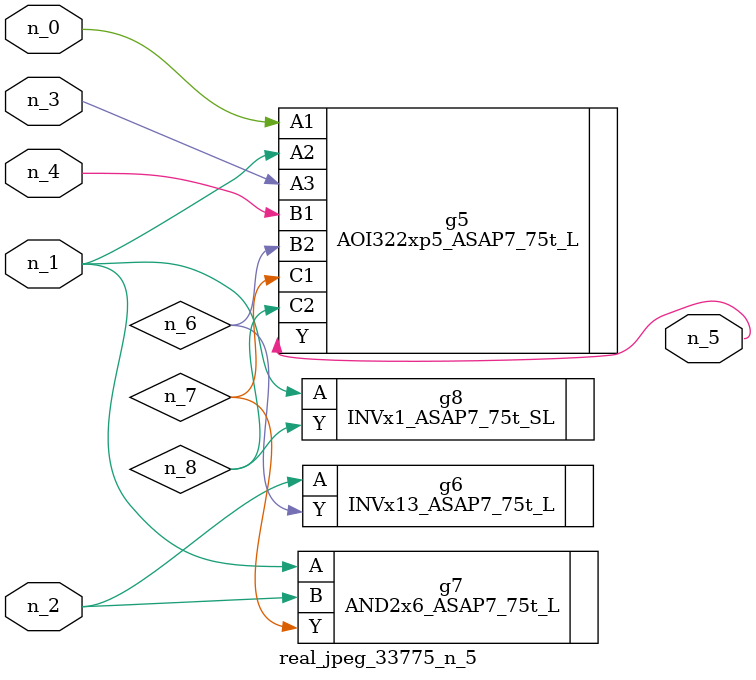
<source format=v>
module real_jpeg_33775_n_5 (n_4, n_0, n_1, n_2, n_3, n_5);

input n_4;
input n_0;
input n_1;
input n_2;
input n_3;

output n_5;

wire n_8;
wire n_6;
wire n_7;

AOI322xp5_ASAP7_75t_L g5 ( 
.A1(n_0),
.A2(n_1),
.A3(n_3),
.B1(n_4),
.B2(n_6),
.C1(n_7),
.C2(n_8),
.Y(n_5)
);

AND2x6_ASAP7_75t_L g7 ( 
.A(n_1),
.B(n_2),
.Y(n_7)
);

INVx1_ASAP7_75t_SL g8 ( 
.A(n_1),
.Y(n_8)
);

INVx13_ASAP7_75t_L g6 ( 
.A(n_2),
.Y(n_6)
);


endmodule
</source>
